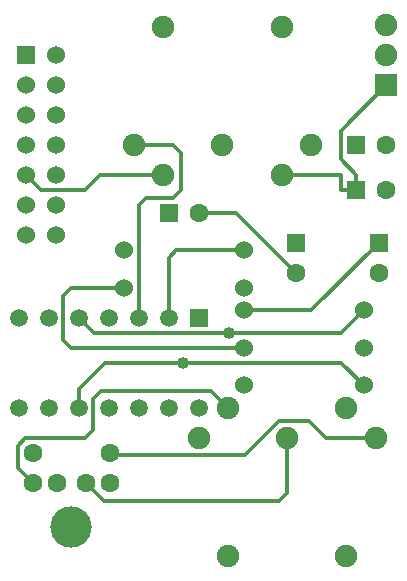
<source format=gbr>
G04 DipTrace 2.4.0.2*
%INTop.gbr*%
%MOIN*%
%ADD13C,0.013*%
%ADD14C,0.063*%
%ADD15R,0.063X0.063*%
%ADD16C,0.0748*%
%ADD17C,0.063*%
%ADD18C,0.1378*%
%ADD19R,0.06X0.06*%
%ADD20C,0.06*%
%ADD21R,0.0591X0.0591*%
%ADD22C,0.0591*%
%ADD23C,0.06*%
%ADD24R,0.0748X0.0748*%
%ADD25C,0.0748*%
%ADD26C,0.04*%
%FSLAX44Y44*%
G04*
G70*
G90*
G75*
G01*
%LNTop*%
%LPD*%
X17190Y15690D2*
D13*
X14940Y13440D1*
X12690D1*
X8690Y14190D2*
X6940D1*
X6680Y13930D1*
Y12450D1*
X6940Y12190D1*
X12690D1*
X11190Y16690D2*
X12440D1*
X14440Y14690D1*
X10019Y17956D2*
X7921D1*
X7401Y17435D1*
X5945D1*
X5440Y17940D1*
X10190Y13190D2*
Y15180D1*
X10450Y15440D1*
X12690D1*
X8227Y8674D2*
X8281Y8621D1*
X12745D1*
X13883Y9759D1*
X14875D1*
X15444Y9190D1*
X17096D1*
X9034Y18940D2*
X10328D1*
X10588Y18680D1*
Y17460D1*
X10328Y17200D1*
X9450D1*
X9190Y16940D1*
Y13190D1*
X14143Y9190D2*
Y7358D1*
X13883Y7098D1*
X8032D1*
X7440Y7690D1*
X12174Y10174D2*
X11605Y10743D1*
X7940D1*
X7680Y10483D1*
Y9444D1*
X7420Y9184D1*
X5418D1*
X5158Y8924D1*
Y8200D1*
X5668Y7690D1*
X13956Y17956D2*
X15930D1*
Y17440D1*
X16440D1*
Y17961D1*
X15930Y18471D1*
Y19430D1*
X17440Y20940D1*
X7190Y10198D2*
Y10810D1*
X8075Y11695D1*
X10680D1*
X15935D1*
X16690Y10940D1*
X7190Y13190D2*
X7690Y12690D1*
X12190D1*
X15940D1*
X16690Y13440D1*
D26*
X10680Y11695D3*
X12190Y12690D3*
D14*
X11190Y16690D3*
D15*
X10190D3*
X14440Y15690D3*
D14*
Y14690D3*
D15*
X17190Y15690D3*
D14*
Y14690D3*
X17440Y17440D3*
D15*
X16440D3*
D14*
X17440Y18940D3*
D15*
X16440D3*
D16*
X11190Y9190D3*
X14143D3*
X17096D3*
X12174Y10174D3*
X16111D3*
X12174Y5253D3*
X16111D3*
X14940Y18940D3*
X11987D3*
X9034D3*
X13956Y17956D3*
X10019D3*
X13956Y22877D3*
X10019D3*
D17*
X7440Y7690D3*
X6456D3*
X8227D3*
X5668D3*
X8227Y8674D3*
X5668D3*
D18*
X6948Y6214D3*
D19*
X5440Y21940D3*
D20*
Y20940D3*
Y19940D3*
Y18940D3*
Y17940D3*
Y16940D3*
Y15940D3*
X6440D3*
Y16940D3*
Y17940D3*
Y18940D3*
Y19940D3*
Y20940D3*
Y21940D3*
D21*
X11190Y13190D3*
D22*
X10190D3*
X9190D3*
X8190D3*
X7190D3*
X6190D3*
X5190D3*
Y10198D3*
X6190D3*
X7190D3*
X8190D3*
X9190D3*
X10190D3*
X11190D3*
D20*
X8690Y15440D3*
D23*
X12690D3*
D20*
X8690Y14190D3*
D23*
X12690D3*
D20*
Y13440D3*
D23*
X16690D3*
D20*
X12690Y12190D3*
D23*
X16690D3*
D20*
X12690Y10940D3*
D23*
X16690D3*
D24*
X17440Y20940D3*
D25*
Y21940D3*
Y22940D3*
M02*

</source>
